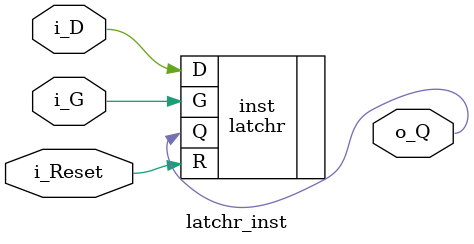
<source format=v>
                                   

`timescale 1ns / 1ps

module latchr_inst (
	input i_G, //level sensitive control signal
	input i_Reset, //reset signal
	input i_D, //input to flop
	output o_Q  //output from flop
	);

//
// INSTANTIATIONS
//
	latchr inst(
		.G(i_G),
		.R(i_Reset),
		.D(i_D),
		.Q(o_Q)
		);

endmodule
</source>
